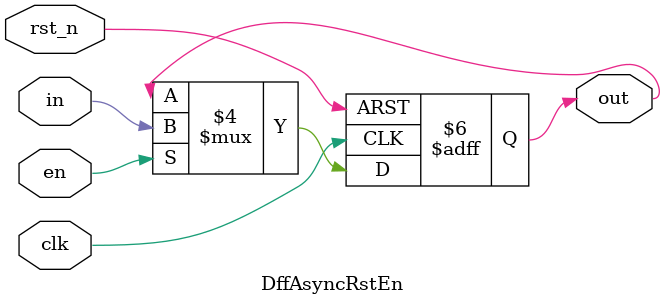
<source format=sv>
/* D type Flip Flop with asynchronous reset.
 *
 * Author: Igor Lesik
 *
 */
module DffAsyncRst #(
    parameter WIDTH = 1,
    parameter RST_VAL = WIDTH'b0
)(
    input  wire             clk,
    input  wire             rst_n,
    input  wire [WIDTH-1:0] in,
    output reg  [WIDTH-1:0] out
);


    always @(posedge clk or negedge rst_n)
        if (!rst_n)
            out[WIDTH-1:0] <= RST_VAL;
        else
            out[WIDTH-1:0] <= in[WIDTH-1:0];

endmodule

/* D type Flip Flop with asynchronous reset and Enable.
 *
 * Author: Igor Lesik
 *
 */
module DffAsyncRstEn #(
    parameter WIDTH = 1,
    parameter RST_VAL = WIDTH'b0
)(
    input  wire             clk,
    input  wire             rst_n,
    input  wire             en,
    input  wire [WIDTH-1:0] in,
    output reg  [WIDTH-1:0] out
);


    always @(posedge clk or negedge rst_n)
        if (!rst_n)
            out[WIDTH-1:0] <= RST_VAL;
        else if (en)
            out[WIDTH-1:0] <= in[WIDTH-1:0];
        else
            out[WIDTH-1:0] <= out[WIDTH-1:0];

endmodule

</source>
